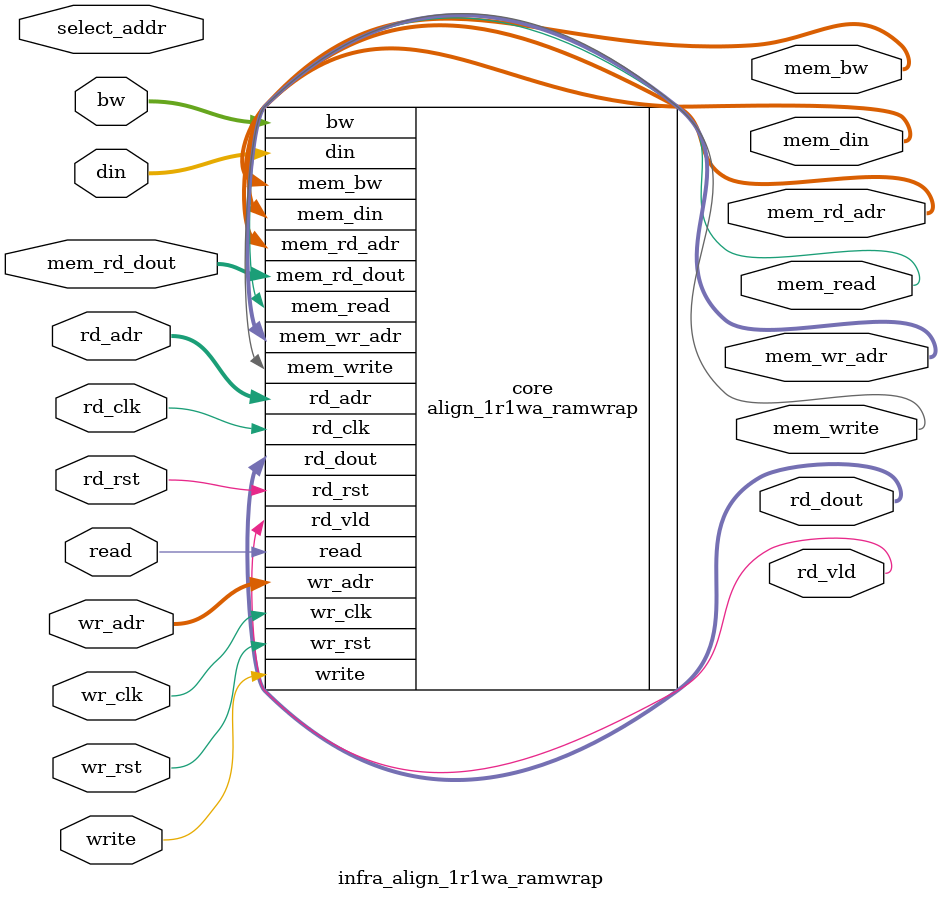
<source format=v>
module infra_align_1r1wa_ramwrap (write, wr_adr, bw,  din, read, rd_adr, rd_vld, rd_dout, 
	                             mem_write, mem_wr_adr, mem_bw, mem_din, mem_read, mem_rd_adr, mem_rd_dout, 
		                         rd_clk, wr_clk, wr_rst, rd_rst,
		                         select_addr);

  parameter WIDTH = 32;
  parameter ENAPSDO = 0;
  parameter NUMADDR = 1024;
  parameter BITADDR = 10;
  parameter NUMSROW = 256;
  parameter BITSROW = 8;
  parameter NUMWRDS = 4;
  parameter BITWRDS = 2;
  parameter SRAM_DELAY = 2;
  parameter FLOPGEN = 0;
  parameter FLOPCMD = 0;
  parameter FLOPMEM = 0;
  parameter FLOPOUT = 0;


  input write;
  input [BITADDR-1:0] wr_adr;
  input [WIDTH-1:0] bw;
  input [WIDTH-1:0] din;

  input               read;
  input [BITADDR-1:0] rd_adr;
  output              rd_vld;
  output [WIDTH-1:0]  rd_dout;

  output mem_write;
  output [BITSROW-1:0] mem_wr_adr;
  output [NUMWRDS*WIDTH-1:0] mem_bw;
  output [NUMWRDS*WIDTH-1:0] mem_din;

  output mem_read;
  output [BITSROW-1:0] mem_rd_adr;
  input [NUMWRDS*WIDTH-1:0] mem_rd_dout;

  input rd_clk;
  input rd_rst;
  input wr_clk;
  input wr_rst;

  input [BITADDR-1:0] select_addr;

  align_1r1wa_ramwrap #(.WIDTH (WIDTH), .ENAPSDO (ENAPSDO), .NUMADDR (NUMADDR), .BITADDR (BITADDR),
                   .NUMWRDS (NUMWRDS), .BITWRDS (BITWRDS), .NUMSROW (NUMSROW), .BITSROW (BITSROW),
                   .SRAM_DELAY (SRAM_DELAY), .FLOPGEN (FLOPGEN), .FLOPCMD (FLOPCMD), .FLOPMEM (FLOPMEM), .FLOPOUT (FLOPOUT)
                 )
    core (.write(write), .wr_adr(wr_adr) , .bw(bw) , .din(din) , .read(read) , .rd_adr(rd_adr) , .rd_vld(rd_vld) , .rd_dout(rd_dout),
          .mem_write(mem_write), .mem_wr_adr(mem_wr_adr), .mem_bw(mem_bw), .mem_din(mem_din), .mem_read(mem_read), .mem_rd_adr(mem_rd_adr), .mem_rd_dout(mem_rd_dout),
          .rd_clk(rd_clk), .wr_clk(wr_clk), .rd_rst(rd_rst), .wr_rst(wr_rst)
        );

`ifdef FORMAL
//synopsys translate_off

assume_select_addr_range: assume property (@(posedge wr_clk) disable iff (wr_rst) (select_addr < NUMADDR));
assume_select_addr_stable: assume property (@(posedge wr_clk) disable iff (wr_rst) $stable(select_addr));

ip_top_sva_align_1r1wa_ramwrap #(
     .WIDTH       (WIDTH),
     .ENAPSDO     (ENAPSDO),
     .NUMADDR     (NUMADDR),
     .BITADDR     (BITADDR),
     .NUMWRDS     (NUMWRDS),
     .BITWRDS     (BITWRDS),
     .NUMSROW     (NUMSROW),
     .BITSROW     (BITSROW),
     .SRAM_DELAY  (SRAM_DELAY),
     .FLOPGEN     (FLOPGEN),
     .FLOPCMD     (FLOPCMD),
     .FLOPMEM     (FLOPMEM),
     .FLOPOUT     (FLOPOUT))
ip_top_sva (.*);

ip_top_sva_2_align_1r1wa_ramwrap #(
     .ENAPSDO     (ENAPSDO),
     .NUMADDR     (NUMADDR),
     .BITADDR     (BITADDR),
     .NUMSROW     (NUMSROW),
     .BITSROW     (BITSROW))
ip_top_sva_2 (.*);
//synopsys translate_on

`elsif SIM_SVA

genvar sva_int;
// generate for (sva_int=0; sva_int<WIDTH; sva_int=sva_int+1) begin
generate for (sva_int=0; sva_int<1; sva_int=sva_int+1) begin: sva_loop
  wire [BITADDR-1:0] help_addr = sva_int;
ip_top_sva_align_ecc_1r1w #(
     .WIDTH       (WIDTH),
     .ENAPSDO     (ENAPSDO),
     .ENAPAR      (ENAPAR),
     .ENAECC      (ENAECC),
     .ENADEC      (ENADEC),
     .ENAHEC      (ENAHEC),
     .ENAQEC      (ENAQEC),
     .ECCWDTH     (ECCWDTH),
     .NUMADDR     (NUMADDR),
     .BITADDR     (BITADDR),
     .NUMWRDS     (NUMWRDS),
     .BITWRDS     (BITWRDS),
     .NUMSROW     (NUMSROW),
     .BITSROW     (BITSROW),
     .BITPADR     (BITPADR),
     .SRAM_DELAY  (SRAM_DELAY),
     .FLOPGEN     (FLOPGEN),
     .FLOPCMD     (FLOPCMD),
     .FLOPMEM     (FLOPMEM),
     .FLOPOUT     (FLOPOUT),
     .ENAPADR     (ENAPADR),
     .RSTZERO     (RSTZERO),
     .RSTONES     (RSTONES))
ip_top_sva (.select_addr(help_addr), .*);
end
endgenerate

ip_top_sva_2_align_ecc_1r1w #(
     .ENAPSDO     (ENAPSDO),
     .NUMADDR     (NUMADDR),
     .BITADDR     (BITADDR),
     .NUMSROW     (NUMSROW),
     .BITSROW     (BITSROW))
ip_top_sva_2 (.*);

`endif

endmodule // infra_align_1r1w_ramwrap


</source>
